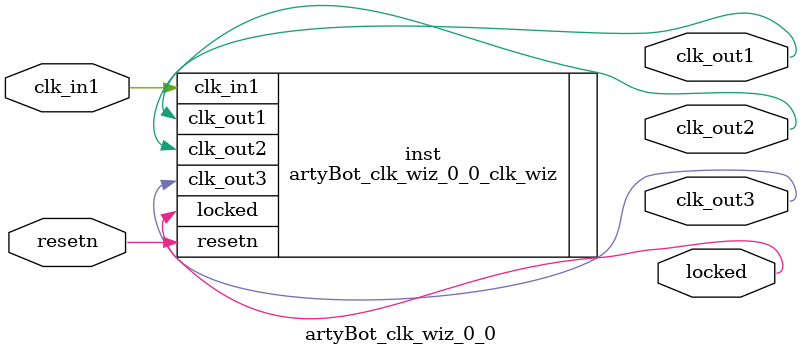
<source format=v>


`timescale 1ps/1ps

(* CORE_GENERATION_INFO = "artyBot_clk_wiz_0_0,clk_wiz_v5_3_3_0,{component_name=artyBot_clk_wiz_0_0,use_phase_alignment=true,use_min_o_jitter=false,use_max_i_jitter=false,use_dyn_phase_shift=false,use_inclk_switchover=false,use_dyn_reconfig=false,enable_axi=0,feedback_source=FDBK_AUTO,PRIMITIVE=MMCM,num_out_clk=3,clkin1_period=10.0,clkin2_period=10.0,use_power_down=false,use_reset=true,use_locked=true,use_inclk_stopped=false,feedback_type=SINGLE,CLOCK_MGR_TYPE=NA,manual_override=false}" *)

module artyBot_clk_wiz_0_0 
 (
  // Clock out ports
  output        clk_out1,
  output        clk_out2,
  output        clk_out3,
  // Status and control signals
  input         resetn,
  output        locked,
 // Clock in ports
  input         clk_in1
 );

  artyBot_clk_wiz_0_0_clk_wiz inst
  (
  // Clock out ports  
  .clk_out1(clk_out1),
  .clk_out2(clk_out2),
  .clk_out3(clk_out3),
  // Status and control signals               
  .resetn(resetn), 
  .locked(locked),
 // Clock in ports
  .clk_in1(clk_in1)
  );

endmodule

</source>
